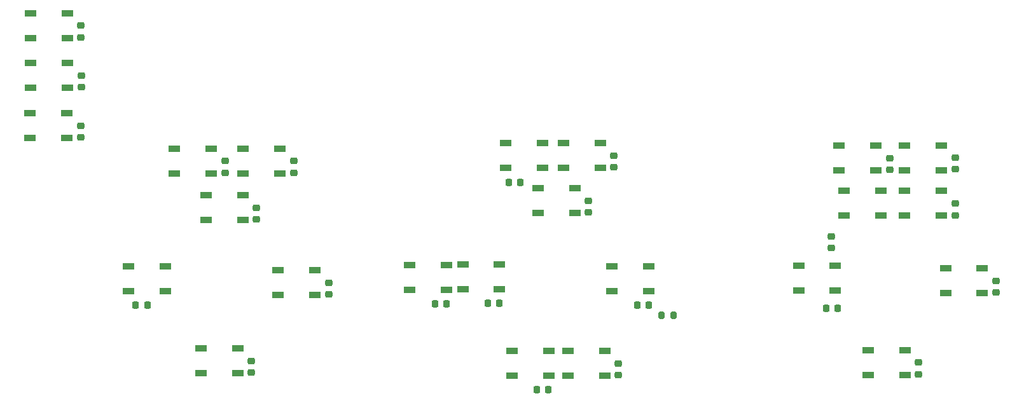
<source format=gbr>
%TF.GenerationSoftware,KiCad,Pcbnew,(6.0.9)*%
%TF.CreationDate,2023-04-01T12:24:36-08:00*%
%TF.ProjectId,ELEC PANEL,454c4543-2050-4414-9e45-4c2e6b696361,3*%
%TF.SameCoordinates,Original*%
%TF.FileFunction,Paste,Top*%
%TF.FilePolarity,Positive*%
%FSLAX46Y46*%
G04 Gerber Fmt 4.6, Leading zero omitted, Abs format (unit mm)*
G04 Created by KiCad (PCBNEW (6.0.9)) date 2023-04-01 12:24:36*
%MOMM*%
%LPD*%
G01*
G04 APERTURE LIST*
G04 Aperture macros list*
%AMRoundRect*
0 Rectangle with rounded corners*
0 $1 Rounding radius*
0 $2 $3 $4 $5 $6 $7 $8 $9 X,Y pos of 4 corners*
0 Add a 4 corners polygon primitive as box body*
4,1,4,$2,$3,$4,$5,$6,$7,$8,$9,$2,$3,0*
0 Add four circle primitives for the rounded corners*
1,1,$1+$1,$2,$3*
1,1,$1+$1,$4,$5*
1,1,$1+$1,$6,$7*
1,1,$1+$1,$8,$9*
0 Add four rect primitives between the rounded corners*
20,1,$1+$1,$2,$3,$4,$5,0*
20,1,$1+$1,$4,$5,$6,$7,0*
20,1,$1+$1,$6,$7,$8,$9,0*
20,1,$1+$1,$8,$9,$2,$3,0*%
G04 Aperture macros list end*
%ADD10R,1.500000X0.900000*%
%ADD11RoundRect,0.200000X0.200000X0.275000X-0.200000X0.275000X-0.200000X-0.275000X0.200000X-0.275000X0*%
%ADD12RoundRect,0.225000X-0.250000X0.225000X-0.250000X-0.225000X0.250000X-0.225000X0.250000X0.225000X0*%
%ADD13RoundRect,0.225000X-0.225000X-0.250000X0.225000X-0.250000X0.225000X0.250000X-0.225000X0.250000X0*%
%ADD14RoundRect,0.225000X0.225000X0.250000X-0.225000X0.250000X-0.225000X-0.250000X0.225000X-0.250000X0*%
%ADD15RoundRect,0.225000X0.250000X-0.225000X0.250000X0.225000X-0.250000X0.225000X-0.250000X-0.225000X0*%
G04 APERTURE END LIST*
D10*
%TO.C,D2*%
X32373400Y-99417000D03*
X32373400Y-102717000D03*
X37273400Y-102717000D03*
X37273400Y-99417000D03*
%TD*%
%TO.C,D3*%
X32398800Y-106046000D03*
X32398800Y-109346000D03*
X37298800Y-109346000D03*
X37298800Y-106046000D03*
%TD*%
%TO.C,D4*%
X32311000Y-112752000D03*
X32311000Y-116052000D03*
X37211000Y-116052000D03*
X37211000Y-112752000D03*
%TD*%
%TO.C,D5*%
X51550400Y-117451000D03*
X51550400Y-120751000D03*
X56450400Y-120751000D03*
X56450400Y-117451000D03*
%TD*%
%TO.C,D6*%
X60680600Y-117501000D03*
X60680600Y-120801000D03*
X65580600Y-120801000D03*
X65580600Y-117501000D03*
%TD*%
%TO.C,D7*%
X55716000Y-123648000D03*
X55716000Y-126948000D03*
X60616000Y-126948000D03*
X60616000Y-123648000D03*
%TD*%
%TO.C,D8*%
X65331000Y-133681000D03*
X65331000Y-136981000D03*
X70231000Y-136981000D03*
X70231000Y-133681000D03*
%TD*%
%TO.C,D9*%
X55069400Y-144070000D03*
X55069400Y-147370000D03*
X59969400Y-147370000D03*
X59969400Y-144070000D03*
%TD*%
%TO.C,D10*%
X45392000Y-133122000D03*
X45392000Y-136422000D03*
X50292000Y-136422000D03*
X50292000Y-133122000D03*
%TD*%
%TO.C,D11*%
X95644800Y-116739000D03*
X95644800Y-120039000D03*
X100544800Y-120039000D03*
X100544800Y-116739000D03*
%TD*%
%TO.C,D12*%
X103304000Y-116739000D03*
X103304000Y-120039000D03*
X108204000Y-120039000D03*
X108204000Y-116739000D03*
%TD*%
%TO.C,D13*%
X99926000Y-122759000D03*
X99926000Y-126059000D03*
X104826000Y-126059000D03*
X104826000Y-122759000D03*
%TD*%
%TO.C,D14*%
X109793000Y-133122000D03*
X109793000Y-136422000D03*
X114693000Y-136422000D03*
X114693000Y-133122000D03*
%TD*%
%TO.C,D15*%
X103914000Y-144374000D03*
X103914000Y-147674000D03*
X108814000Y-147674000D03*
X108814000Y-144374000D03*
%TD*%
%TO.C,D16*%
X96443800Y-144400000D03*
X96443800Y-147700000D03*
X101343800Y-147700000D03*
X101343800Y-144400000D03*
%TD*%
%TO.C,D17*%
X82880200Y-132944000D03*
X82880200Y-136244000D03*
X87780200Y-136244000D03*
X87780200Y-132944000D03*
%TD*%
%TO.C,D18*%
X89918200Y-132919000D03*
X89918200Y-136219000D03*
X94818200Y-136219000D03*
X94818200Y-132919000D03*
%TD*%
%TO.C,D19*%
X140005000Y-117044000D03*
X140005000Y-120344000D03*
X144905000Y-120344000D03*
X144905000Y-117044000D03*
%TD*%
%TO.C,D20*%
X148705000Y-117044000D03*
X148705000Y-120344000D03*
X153605000Y-120344000D03*
X153605000Y-117044000D03*
%TD*%
%TO.C,D21*%
X148717000Y-123089000D03*
X148717000Y-126389000D03*
X153617000Y-126389000D03*
X153617000Y-123089000D03*
%TD*%
%TO.C,D22*%
X154180000Y-133402000D03*
X154180000Y-136702000D03*
X159080000Y-136702000D03*
X159080000Y-133402000D03*
%TD*%
%TO.C,D23*%
X143905000Y-144298000D03*
X143905000Y-147598000D03*
X148805000Y-147598000D03*
X148805000Y-144298000D03*
%TD*%
%TO.C,D24*%
X134622000Y-133097000D03*
X134622000Y-136397000D03*
X139522000Y-136397000D03*
X139522000Y-133097000D03*
%TD*%
%TO.C,D25*%
X140667000Y-123115000D03*
X140667000Y-126415000D03*
X145567000Y-126415000D03*
X145567000Y-123115000D03*
%TD*%
D11*
%TO.C,R1*%
X118015000Y-139680000D03*
X116365000Y-139680000D03*
%TD*%
D12*
%TO.C,C2*%
X39100000Y-101087000D03*
X39100000Y-102637000D03*
%TD*%
%TO.C,C3*%
X39150000Y-107737000D03*
X39150000Y-109287000D03*
%TD*%
%TO.C,C4*%
X39050000Y-114437000D03*
X39050000Y-115987000D03*
%TD*%
%TO.C,C5*%
X58300000Y-119137000D03*
X58300000Y-120687000D03*
%TD*%
%TO.C,C6*%
X67450000Y-119137000D03*
X67450000Y-120687000D03*
%TD*%
%TO.C,C7*%
X62450000Y-125337000D03*
X62450000Y-126887000D03*
%TD*%
%TO.C,C8*%
X72050000Y-135363000D03*
X72050000Y-136913000D03*
%TD*%
%TO.C,C9*%
X61800000Y-145763000D03*
X61800000Y-147313000D03*
%TD*%
D13*
%TO.C,C10*%
X46387500Y-138350000D03*
X47937500Y-138350000D03*
%TD*%
%TO.C,C11*%
X96037500Y-122000000D03*
X97587500Y-122000000D03*
%TD*%
D12*
%TO.C,C12*%
X110000000Y-118413000D03*
X110000000Y-119963000D03*
%TD*%
%TO.C,C13*%
X106650000Y-124437000D03*
X106650000Y-125987000D03*
%TD*%
D13*
%TO.C,C14*%
X113125000Y-138300000D03*
X114675000Y-138300000D03*
%TD*%
D12*
%TO.C,C15*%
X110650000Y-146087000D03*
X110650000Y-147637000D03*
%TD*%
D13*
%TO.C,C17*%
X86237500Y-138150000D03*
X87787500Y-138150000D03*
%TD*%
%TO.C,C18*%
X93237500Y-138100000D03*
X94787500Y-138100000D03*
%TD*%
D12*
%TO.C,C19*%
X146750000Y-118737000D03*
X146750000Y-120287000D03*
%TD*%
D13*
%TO.C,C16*%
X99787000Y-149600000D03*
X101337000Y-149600000D03*
%TD*%
D12*
%TO.C,C20*%
X155450000Y-118687000D03*
X155450000Y-120237000D03*
%TD*%
%TO.C,C21*%
X155450000Y-124787000D03*
X155450000Y-126337000D03*
%TD*%
%TO.C,C22*%
X160910000Y-135095000D03*
X160910000Y-136645000D03*
%TD*%
%TO.C,C23*%
X150600000Y-145977000D03*
X150600000Y-147527000D03*
%TD*%
D14*
%TO.C,C24*%
X139832500Y-138700000D03*
X138282500Y-138700000D03*
%TD*%
D15*
%TO.C,C25*%
X138980000Y-130715000D03*
X138980000Y-129165000D03*
%TD*%
M02*

</source>
